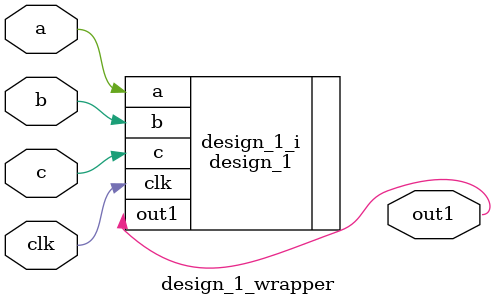
<source format=v>
`timescale 1 ps / 1 ps

module design_1_wrapper
   (a,
    b,
    c,
    clk,
    out1);
  input [0:0]a;
  input [0:0]b;
  input [0:0]c;
  input clk;
  output [0:0]out1;

  wire [0:0]a;
  wire [0:0]b;
  wire [0:0]c;
  wire clk;
  wire [0:0]out1;

  design_1 design_1_i
       (.a(a),
        .b(b),
        .c(c),
        .clk(clk),
        .out1(out1));
endmodule

</source>
